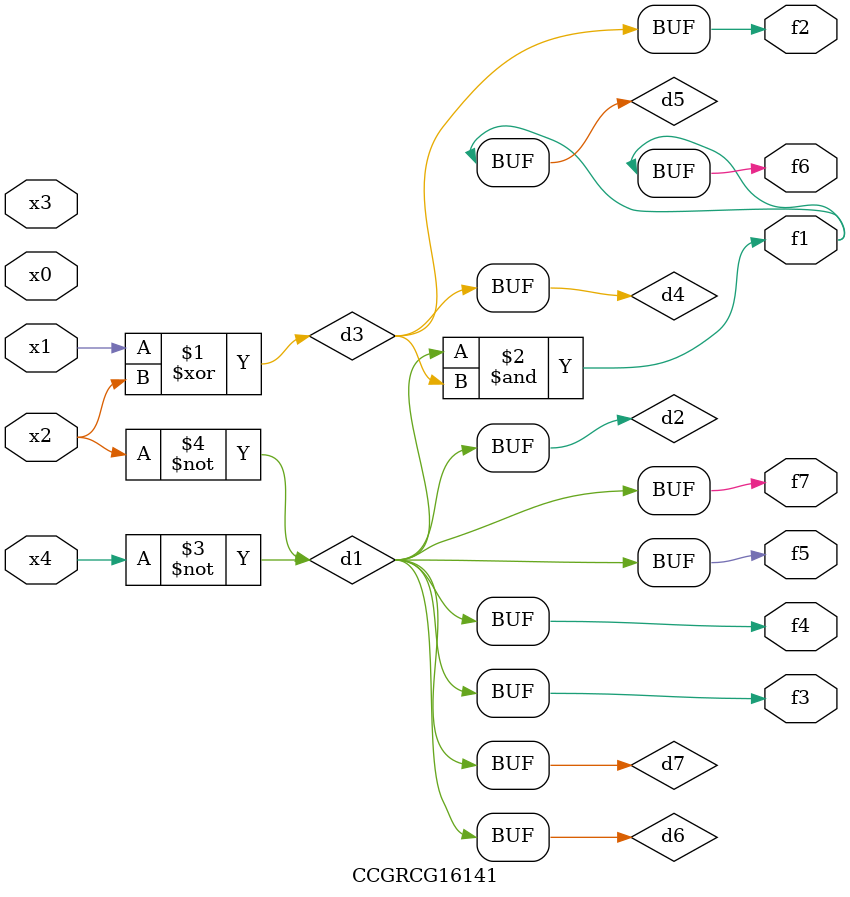
<source format=v>
module CCGRCG16141(
	input x0, x1, x2, x3, x4,
	output f1, f2, f3, f4, f5, f6, f7
);

	wire d1, d2, d3, d4, d5, d6, d7;

	not (d1, x4);
	not (d2, x2);
	xor (d3, x1, x2);
	buf (d4, d3);
	and (d5, d1, d3);
	buf (d6, d1, d2);
	buf (d7, d2);
	assign f1 = d5;
	assign f2 = d4;
	assign f3 = d7;
	assign f4 = d7;
	assign f5 = d7;
	assign f6 = d5;
	assign f7 = d7;
endmodule

</source>
